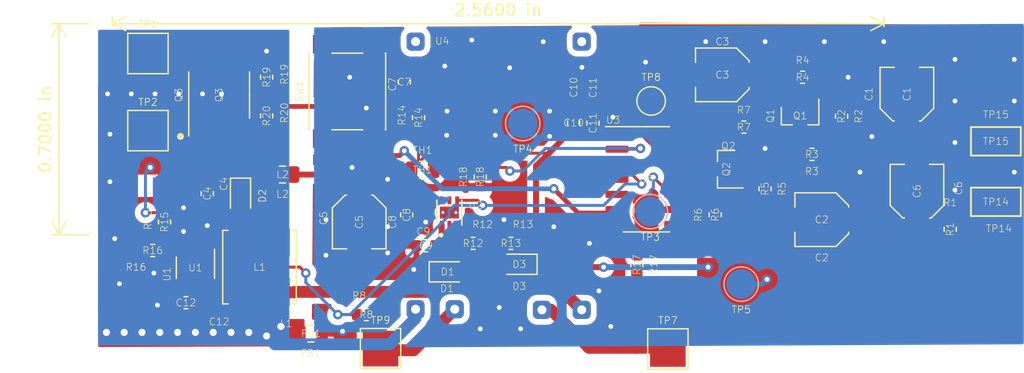
<source format=kicad_pcb>
(kicad_pcb (version 20171130) (host pcbnew "(5.1.5)-3")
  (layers (0 F.Cu signal) (31 B.Cu signal) (34 B.Paste user) (35 F.Paste user) (36 B.SilkS user) (37 F.SilkS user) (38 B.Mask user) (39 F.Mask user) (44 Edge.Cuts user))
  (net 0 "")
  (net 1 "Net-(C1-Pad2)")
  (net 2 "Net-(C1-Pad1)")
  (net 3 "Net-(C2-Pad2)")
  (net 4 "Net-(C2-Pad1)")
  (net 5 /MIC_IN)
  (net 6 "Net-(C3-Pad1)")
  (net 7 GNDPWR)
  (net 8 +10V)
  (net 9 GNDA)
  (net 10 "Net-(C5-Pad1)")
  (net 11 +5V)
  (net 12 /MODE)
  (net 13 "Net-(C9-Pad1)")
  (net 14 +3V3)
  (net 15 "Net-(D2-Pad2)")
  (net 16 "Net-(Q1-Pad2)")
  (net 17 "Net-(Q2-Pad2)")
  (net 18 "Net-(R12-Pad2)")
  (net 19 "Net-(R15-Pad2)")
  (net 20 +BATT)
  (net 21 /PACK_SENSE)
  (net 22 /TEMP_SENSE)
  (net 23 /LED)
  (net 24 /PRGM)
  (net 25 GNDREF)
  (net 26 /D)
  (net 27 /G)
  (net 28 /EN)
  (net 29 "Net-(U4-Pad5)")
  (module "Main Board1:charger" (layer F.Cu) (at 120 138.15 180)
    (fp_text reference U4 (at 12.2 26.2) (layer F.SilkS) (effects (font (size 0.6 0.6) (thickness 0.05))))
    (fp_text value TP4056)
    (pad 3 thru_hole roundrect (at 3.8 3.55 180) (size 1.524 1.524) (drill 0.762) (layers *.Cu *.Mask) (net 20 +BATT))
    (pad 4 thru_hole roundrect (at 11.15 3.6 180) (size 1.524 1.524) (drill 0.762) (layers *.Cu *.Mask) (net 25 GNDREF))
    (pad 5 thru_hole roundrect (at 14.45 26.15 180) (size 1.524 1.524) (drill 0.762) (layers *.Cu *.Mask) (net 29 "Net-(U4-Pad5)"))
    (pad 5 thru_hole roundrect (at 0.45 26.15 180) (size 1.524 1.524) (drill 0.762) (layers *.Cu *.Mask) (net 29 "Net-(U4-Pad5)"))
    (pad 1 thru_hole roundrect (at 0.45 3.55 180) (size 1.524 1.524) (drill 0.762) (layers *.Cu *.Mask) (net 14 +3V3))
    (pad 2 thru_hole roundrect (at 14.45 3.6 180) (size 1.524 1.524) (drill 0.762) (layers *.Cu *.Mask) (net 7 GNDPWR))
  )
  (module Footprints:SON65P200X200X80-7N (layer F.Cu) (at 108.4 126.4 90)
    (fp_text reference U2 (at 0.6 2.2 180) (layer F.SilkS) (effects (font (size 0.6 0.6) (thickness 0.05))))
    (fp_text value NCP718A)
    (pad 1 smd rect (at -1.03 -0.65 90) (size 0.66 0.32) (layers F.Cu F.Paste F.Mask) (net 13 "Net-(C9-Pad1)"))
    (pad 2 smd rect (at -1.03 0 90) (size 0.66 0.32) (layers F.Cu F.Paste F.Mask) (net 18 "Net-(R12-Pad2)"))
    (pad 3 smd rect (at -1.03 0.65 90) (size 0.66 0.32) (layers F.Cu F.Paste F.Mask) (net 9 GNDA))
    (pad 4 smd rect (at 1.03 0.65 90) (size 0.66 0.32) (layers F.Cu F.Paste F.Mask) (net 28 /EN))
    (pad NC smd rect (at 1.03 0 90) (size 0.66 0.32) (layers F.Cu F.Paste F.Mask))
    (pad 6 smd rect (at 1.03 -0.65 90) (size 0.66 0.32) (layers F.Cu F.Paste F.Mask) (net 10 "Net-(C5-Pad1)"))
    (pad 7 smd rect (at 0 0 90) (size 1 1.6) (layers F.Cu F.Mask))
    (pad 7_1 thru_hole circle (at 0 -0.55 90) (size 0.4 0.4) (drill 0.2) (layers *.Cu))
    (pad 7_2 thru_hole circle (at 0 0.55 90) (size 0.4 0.4) (drill 0.2) (layers *.Cu))
  )
  (module Capacitor_SMD:C_0603_1608Metric (layer F.Cu) (at 106.4125 129.2 180)
    (fp_text reference C9 (at 0.2125 1.2) (layer F.SilkS) (effects (font (size 0.6 0.6) (thickness 0.05))))
    (fp_text value 1uf)
    (fp_text user %R (at 0 0) (layer F.SilkS) (effects (font (size 0.6 0.6) (thickness 0.05))))
    (pad 1 smd roundrect (at -0.7875 0 180) (size 0.875 0.95) (layers F.Cu F.Paste F.Mask) (net 13 "Net-(C9-Pad1)"))
    (pad 2 smd roundrect (at 0.7875 0 180) (size 0.875 0.95) (layers F.Cu F.Paste F.Mask) (net 9 GNDA))
  )
  (module Capacitor_SMD:C_0603_1608Metric (layer F.Cu) (at 104.6 115.4 270)
    (fp_text reference C7 (at 0.2 1 90) (layer F.SilkS) (effects (font (size 0.6 0.6) (thickness 0.05))))
    (fp_text value .1uf)
    (fp_text user %R (at 0 0) (layer F.SilkS) (effects (font (size 0.6 0.6) (thickness 0.05))))
    (pad 1 smd roundrect (at -0.7875 0 270) (size 0.875 0.95) (layers F.Cu F.Paste F.Mask) (net 12 /MODE))
    (pad 2 smd roundrect (at 0.7875 0 270) (size 0.875 0.95) (layers F.Cu F.Paste F.Mask) (net 9 GNDA))
  )
  (module TestPoint:TestPoint_Pad_3.0x3.0mm (layer F.Cu) (at 102.6 137.87)
    (fp_text reference TP9 (at 0 -2.398) (layer F.SilkS) (effects (font (size 0.6 0.6) (thickness 0.05))))
    (fp_text value Battery-)
    (fp_text user %R (at 0 -2.4) (layer F.SilkS) (effects (font (size 0.6 0.6) (thickness 0.05))))
    (pad 1 smd rect (at 0 0) (size 3 3) (layers F.Cu F.Mask) (net 25 GNDREF))
  )
  (module TestPoint:TestPoint_Pad_3.0x3.0mm (layer F.Cu) (at 126.81 137.9)
    (fp_text reference TP7 (at 0 -2.398) (layer F.SilkS) (effects (font (size 0.6 0.6) (thickness 0.05))))
    (fp_text value Battery+)
    (fp_text user %R (at 0 -2.4) (layer F.SilkS) (effects (font (size 0.6 0.6) (thickness 0.05))))
    (pad 1 smd rect (at 0 0) (size 3 3) (layers F.Cu F.Mask) (net 20 +BATT))
  )
  (module Resistor_SMD:R_0603_1608Metric (layer F.Cu) (at 113.5875 129)
    (fp_text reference R13 (at 1.0125 -1.6) (layer F.SilkS) (effects (font (size 0.6 0.6) (thickness 0.05))))
    (fp_text value 68k)
    (fp_text user %R (at 0 0) (layer F.SilkS) (effects (font (size 0.6 0.6) (thickness 0.05))))
    (pad 1 smd roundrect (at -0.7875 0) (size 0.875 0.95) (layers F.Cu F.Paste F.Mask) (net 18 "Net-(R12-Pad2)"))
    (pad 2 smd roundrect (at 0.7875 0) (size 0.875 0.95) (layers F.Cu F.Paste F.Mask) (net 9 GNDA))
  )
  (module Resistor_SMD:R_0603_1608Metric (layer F.Cu) (at 84.4 127.2 270)
    (fp_text reference R15 (at -0.2 1.4 90) (layer F.SilkS) (effects (font (size 0.6 0.6) (thickness 0.05))))
    (fp_text value 43k)
    (fp_text user %R (at 0 0 90) (layer F.SilkS) (effects (font (size 0.6 0.6) (thickness 0.05))))
    (pad 2 smd roundrect (at 0.7875 0 270) (size 0.875 0.95) (layers F.Cu F.Paste F.Mask) (net 19 "Net-(R15-Pad2)"))
    (pad 1 smd roundrect (at -0.7875 0 270) (size 0.875 0.95) (layers F.Cu F.Paste F.Mask) (net 8 +10V))
  )
  (module Resistor_SMD:R_0603_1608Metric (layer F.Cu) (at 101.4 135 180)
    (fp_text reference R8 (at 0.6 1.6) (layer F.SilkS) (effects (font (size 0.6 0.6) (thickness 0.05))))
    (fp_text value 1M)
    (fp_text user %R (at 0 0) (layer F.SilkS) (effects (font (size 0.6 0.6) (thickness 0.05))))
    (pad 1 smd roundrect (at -0.7875 0 180) (size 0.875 0.95) (layers F.Cu F.Paste F.Mask) (net 25 GNDREF))
    (pad 2 smd roundrect (at 0.7875 0 180) (size 0.875 0.95) (layers F.Cu F.Paste F.Mask) (net 28 /EN))
  )
  (module Capacitor_SMD:C_0603_1608Metric (layer F.Cu) (at 88 124.8 270)
    (fp_text reference C4 (at -0.8125 -1.4 90) (layer F.SilkS) (effects (font (size 0.6 0.6) (thickness 0.05))))
    (fp_text value 22uf)
    (fp_text user %R (at 0 0 90) (layer F.SilkS) (effects (font (size 0.6 0.6) (thickness 0.05))))
    (pad 2 smd roundrect (at 0.7875 0 270) (size 0.875 0.95) (layers F.Cu F.Paste F.Mask) (net 7 GNDPWR))
    (pad 1 smd roundrect (at -0.7875 0 270) (size 0.875 0.95) (layers F.Cu F.Paste F.Mask) (net 8 +10V))
  )
  (module "Main Board1:SOIC-8_3.9x4.9mm_P1.27mm" (layer F.Cu) (at 89 116.5 90)
    (fp_text reference Q3 (at 0 -3.4 90) (layer F.SilkS) (effects (font (size 0.6 0.6) (thickness 0.05))))
    (fp_text value AO4484)
    (fp_text user %R (at 0 0 90) (layer F.SilkS) (effects (font (size 0.6 0.6) (thickness 0.05))))
    (pad 1 smd roundrect (at -2.475 -1.905 90) (size 1.95 0.6) (layers F.Cu F.Paste F.Mask) (net 7 GNDPWR))
    (pad 1 smd roundrect (at -2.475 -0.635 90) (size 1.95 0.6) (layers F.Cu F.Paste F.Mask) (net 7 GNDPWR))
    (pad 1 smd roundrect (at -2.475 0.635 90) (size 1.95 0.6) (layers F.Cu F.Paste F.Mask) (net 7 GNDPWR))
    (pad 4 smd roundrect (at -2.475 1.905 90) (size 1.95 0.6) (layers F.Cu F.Paste F.Mask) (net 27 /G))
    (pad 5 smd roundrect (at 2.475 1.905 90) (size 1.95 0.6) (layers F.Cu F.Paste F.Mask) (net 26 /D))
    (pad 5 smd roundrect (at 2.475 0.635 90) (size 1.95 0.6) (layers F.Cu F.Paste F.Mask) (net 26 /D))
    (pad 5 smd roundrect (at 2.475 -0.635 90) (size 1.95 0.6) (layers F.Cu F.Paste F.Mask) (net 26 /D))
    (pad 5 smd roundrect (at 2.475 -1.905 90) (size 1.95 0.6) (layers F.Cu F.Paste F.Mask) (net 26 /D))
  )
  (module TestPoint:TestPoint_Pad_D2.0mm (layer F.Cu) (at 125.4 117)
    (fp_text reference TP8 (at 0 -1.998) (layer F.SilkS) (effects (font (size 0.6 0.6) (thickness 0.05))))
    (fp_text value "MIC ")
    (fp_text user %R (at 0 -2) (layer F.SilkS) (effects (font (size 0.6 0.6) (thickness 0.05))))
    (pad 1 smd circle (at 0 0) (size 2 2) (layers F.Cu F.Mask) (net 5 /MIC_IN))
  )
  (module Resistor_SMD:R_0603_1608Metric (layer F.Cu) (at 110.4 129)
    (fp_text reference R12 (at 0.8 -1.6) (layer F.SilkS) (effects (font (size 0.6 0.6) (thickness 0.05))))
    (fp_text value 205k)
    (fp_text user %R (at 0 0) (layer F.SilkS) (effects (font (size 0.6 0.6) (thickness 0.05))))
    (pad 1 smd roundrect (at -0.7875 0) (size 0.875 0.95) (layers F.Cu F.Paste F.Mask) (net 13 "Net-(C9-Pad1)"))
    (pad 2 smd roundrect (at 0.7875 0) (size 0.875 0.95) (layers F.Cu F.Paste F.Mask) (net 18 "Net-(R12-Pad2)"))
  )
  (module Inductor_SMD:L_0805_2012Metric (layer F.Cu) (at 94.3375 123.2 180)
    (fp_text reference L2 (at 0 -1.65) (layer F.SilkS) (effects (font (size 0.6 0.6) (thickness 0.05))))
    (fp_text value 1uh)
    (fp_text user %R (at 0 0) (layer F.SilkS) (effects (font (size 0.6 0.6) (thickness 0.05))))
    (pad 1 smd roundrect (at -0.9375 0 180) (size 0.975 1.4) (layers F.Cu F.Paste F.Mask) (net 10 "Net-(C5-Pad1)"))
    (pad 2 smd roundrect (at 0.9375 0 180) (size 0.975 1.4) (layers F.Cu F.Paste F.Mask) (net 8 +10V))
  )
  (module Resistor_SMD:R_0805_2012Metric (layer F.Cu) (at 96.7375 136.6 180)
    (fp_text reference FB1 (at 0 -1.65) (layer F.SilkS) (effects (font (size 0.6 0.6) (thickness 0.05))))
    (fp_text value ACML-0805-190-T)
    (fp_text user %R (at 0 0) (layer F.SilkS) (effects (font (size 0.6 0.6) (thickness 0.05))))
    (pad 2 smd roundrect (at 0.9375 0 180) (size 0.975 1.4) (layers F.Cu F.Paste F.Mask) (net 7 GNDPWR))
    (pad 1 smd roundrect (at -0.9375 0 180) (size 0.975 1.4) (layers F.Cu F.Paste F.Mask) (net 9 GNDA))
  )
  (module Diode_SMD:D_SOD-323 (layer F.Cu) (at 114.29 130.76 180)
    (fp_text reference D3 (at 0 0) (layer F.SilkS) (effects (font (size 0.6 0.6) (thickness 0.05))))
    (fp_text value 1N5819)
    (fp_text user %R (at 0 -1.85) (layer F.SilkS) (effects (font (size 0.6 0.6) (thickness 0.05))))
    (pad 2 smd rect (at 1.05 0 180) (size 0.6 0.45) (layers F.Cu F.Paste F.Mask) (net 13 "Net-(C9-Pad1)"))
    (pad 1 smd rect (at -1.05 0 180) (size 0.6 0.45) (layers F.Cu F.Paste F.Mask) (net 11 +5V))
  )
  (module Diode_SMD:D_SOD-323 (layer F.Cu) (at 108.2 131.4)
    (fp_text reference D1 (at 0.05 0) (layer F.SilkS) (effects (font (size 0.6 0.6) (thickness 0.05))))
    (fp_text value 1N5819)
    (fp_text user %R (at 0 1.4) (layer F.SilkS) (effects (font (size 0.6 0.6) (thickness 0.05))))
    (pad 2 smd rect (at 1.05 0) (size 0.6 0.45) (layers F.Cu F.Paste F.Mask) (net 14 +3V3))
    (pad 1 smd rect (at -1.05 0) (size 0.6 0.45) (layers F.Cu F.Paste F.Mask) (net 13 "Net-(C9-Pad1)"))
  )
  (module Capacitor_SMD:C_0603_1608Metric (layer F.Cu) (at 104.8 126.6 270)
    (fp_text reference C8 (at 0.6 1.2 90) (layer F.SilkS) (effects (font (size 0.6 0.6) (thickness 0.05))))
    (fp_text value 1uf)
    (fp_text user %R (at 0 0 90) (layer F.SilkS) (effects (font (size 0.6 0.6) (thickness 0.05))))
    (pad 1 smd roundrect (at -0.7875 0 270) (size 0.875 0.95) (layers F.Cu F.Paste F.Mask) (net 10 "Net-(C5-Pad1)"))
    (pad 2 smd roundrect (at 0.7875 0 270) (size 0.875 0.95) (layers F.Cu F.Paste F.Mask) (net 9 GNDA))
  )
  (module Capacitor_SMD:C_Elec_4x5.4 (layer F.Cu) (at 100.8 127.2 270)
    (fp_text reference C5 (at -0.325 3 90) (layer F.SilkS) (effects (font (size 0.6 0.6) (thickness 0.05))))
    (fp_text value 100uf)
    (fp_text user %R (at 0 0 90) (layer F.SilkS) (effects (font (size 0.6 0.6) (thickness 0.05))))
    (pad 1 smd roundrect (at -1.675 0 270) (size 2.65 1.6) (layers F.Cu F.Paste F.Mask) (roundrect_rratio 0.15625) (net 10 "Net-(C5-Pad1)"))
    (pad 2 smd roundrect (at 1.675 0 270) (size 2.65 1.6) (layers F.Cu F.Paste F.Mask) (roundrect_rratio 0.15625) (net 9 GNDA))
  )
  (module Package_TO_SOT_SMD:SOT-23-6 (layer F.Cu) (at 87 131.05 270)
    (fp_text reference U1 (at 0.55 2.4 90) (layer F.SilkS) (effects (font (size 0.6 0.6) (thickness 0.05))))
    (fp_text value MT3608)
    (fp_text user %R (at 0 0) (layer F.SilkS) (effects (font (size 0.6 0.6) (thickness 0.05))))
    (pad 5 smd rect (at 1.1 0 270) (size 1.06 0.65) (layers F.Cu F.Paste F.Mask) (net 14 +3V3))
    (pad 6 smd rect (at 1.1 -0.95 270) (size 1.06 0.65) (layers F.Cu F.Paste F.Mask))
    (pad 4 smd rect (at 1.1 0.95 270) (size 1.06 0.65) (layers F.Cu F.Paste F.Mask) (net 28 /EN))
    (pad 3 smd rect (at -1.1 0.95 270) (size 1.06 0.65) (layers F.Cu F.Paste F.Mask) (net 19 "Net-(R15-Pad2)"))
    (pad 2 smd rect (at -1.1 0 270) (size 1.06 0.65) (layers F.Cu F.Paste F.Mask) (net 7 GNDPWR))
    (pad 1 smd rect (at -1.1 -0.95 270) (size 1.06 0.65) (layers F.Cu F.Paste F.Mask) (net 15 "Net-(D2-Pad2)"))
  )
  (module Capacitor_SMD:C_Elec_4x5.4 (layer F.Cu) (at 146.95 116.425 90)
    (fp_text reference C1 (at 0 -3.2 90) (layer F.SilkS) (effects (font (size 0.6 0.6) (thickness 0.05))))
    (fp_text value 10uf)
    (fp_text user %R (at 0 0 90) (layer F.SilkS) (effects (font (size 0.6 0.6) (thickness 0.05))))
    (pad 1 smd roundrect (at -1.675 0 90) (size 2.65 1.6) (layers F.Cu F.Paste F.Mask) (roundrect_rratio 0.15625) (net 2 "Net-(C1-Pad1)"))
    (pad 2 smd roundrect (at 1.675 0 90) (size 2.65 1.6) (layers F.Cu F.Paste F.Mask) (roundrect_rratio 0.15625) (net 1 "Net-(C1-Pad2)"))
  )
  (module Capacitor_SMD:C_Elec_4x5.4 (layer F.Cu) (at 131.4 114.8 180)
    (fp_text reference C3 (at 0 2.8) (layer F.SilkS) (effects (font (size 0.6 0.6) (thickness 0.05))))
    (fp_text value 10uf)
    (fp_text user %R (at 0 0) (layer F.SilkS) (effects (font (size 0.6 0.6) (thickness 0.05))))
    (pad 1 smd roundrect (at -1.675 0 180) (size 2.65 1.6) (layers F.Cu F.Paste F.Mask) (roundrect_rratio 0.15625) (net 6 "Net-(C3-Pad1)"))
    (pad 2 smd roundrect (at 1.675 0 180) (size 2.65 1.6) (layers F.Cu F.Paste F.Mask) (roundrect_rratio 0.15625) (net 5 /MIC_IN))
  )
  (module Capacitor_SMD:C_Elec_4x5.4 (layer F.Cu) (at 139.775 127 180)
    (fp_text reference C2 (at 0 -3.2) (layer F.SilkS) (effects (font (size 0.6 0.6) (thickness 0.05))))
    (fp_text value 10uf)
    (fp_text user %R (at 0 0) (layer F.SilkS) (effects (font (size 0.6 0.6) (thickness 0.05))))
    (pad 1 smd roundrect (at -1.675 0 180) (size 2.65 1.6) (layers F.Cu F.Paste F.Mask) (roundrect_rratio 0.15625) (net 4 "Net-(C2-Pad1)"))
    (pad 2 smd roundrect (at 1.675 0 180) (size 2.65 1.6) (layers F.Cu F.Paste F.Mask) (roundrect_rratio 0.15625) (net 3 "Net-(C2-Pad2)"))
  )
  (module Capacitor_SMD:C_Elec_4x5.4 (layer F.Cu) (at 147.8 124.6 90)
    (fp_text reference C6 (at 0.25 3.5 90) (layer F.SilkS) (effects (font (size 0.6 0.6) (thickness 0.05))))
    (fp_text value 100uf)
    (fp_text user %R (at 0 0 90) (layer F.SilkS) (effects (font (size 0.6 0.6) (thickness 0.05))))
    (pad 1 smd roundrect (at -1.675 0 90) (size 2.65 1.6) (layers F.Cu F.Paste F.Mask) (roundrect_rratio 0.15625) (net 11 +5V))
    (pad 2 smd roundrect (at 1.675 0 90) (size 2.65 1.6) (layers F.Cu F.Paste F.Mask) (roundrect_rratio 0.15625) (net 9 GNDA))
  )
  (module Resistor_SMD:R_0603_1608Metric (layer F.Cu) (at 93 118.25 90)
    (fp_text reference R20 (at 0.25 1.5 270) (layer F.SilkS) (effects (font (size 0.6 0.6) (thickness 0.05))))
    (fp_text value 220R)
    (fp_text user %R (at 0 0 90) (layer F.SilkS) (effects (font (size 0.6 0.6) (thickness 0.05))))
    (pad 1 smd roundrect (at -0.7875 0 90) (size 0.875 0.95) (layers F.Cu F.Paste F.Mask) (net 27 /G))
    (pad 2 smd roundrect (at 0.7875 0 90) (size 0.875 0.95) (layers F.Cu F.Paste F.Mask) (net 23 /LED))
  )
  (module Button_Switch_SMD:SW_SPST_PTS645 (layer F.Cu) (at 99.8 116.2 90)
    (fp_text reference SW1 (at 0 -4.05 90) (layer F.SilkS) (effects (font (size 0.6 0.6) (thickness 0.05))))
    (fp_text value Momentary)
    (fp_text user %R (at 0 -4.05 90) (layer F.SilkS) (effects (font (size 0.6 0.6) (thickness 0.05))))
    (pad 2 smd rect (at -3.98 2.25 90) (size 1.55 1.3) (layers F.Cu F.Paste F.Mask) (net 12 /MODE))
    (pad 1 smd rect (at -3.98 -2.25 90) (size 1.55 1.3) (layers F.Cu F.Paste F.Mask) (net 9 GNDA))
    (pad 1 smd rect (at 3.98 -2.25 90) (size 1.55 1.3) (layers F.Cu F.Paste F.Mask) (net 9 GNDA))
    (pad 2 smd rect (at 3.98 2.25 90) (size 1.55 1.3) (layers F.Cu F.Paste F.Mask) (net 12 /MODE))
  )
  (module TestPoint:TestPoint_Pad_D2.5mm (layer B.Cu) (at 132.99 132.43)
    (fp_text reference TP5 (at 0 2.148) (layer F.SilkS) (effects (font (size 0.6 0.6) (thickness 0.05))))
    (fp_text value 5V)
    (fp_text user %R (at 0 2.15) (layer F.SilkS) (effects (font (size 0.6 0.6) (thickness 0.05))))
    (pad 1 smd circle (at 0 0) (size 2.5 2.5) (layers B.Cu B.Mask) (net 11 +5V))
  )
  (module Capacitor_SMD:C_0805_2012Metric (layer F.Cu) (at 106.1375 122.8)
    (fp_text reference TH1 (at 0 -1.65) (layer F.SilkS) (effects (font (size 0.6 0.6) (thickness 0.05))))
    (fp_text value Thermistor)
    (fp_text user %R (at 0 0) (layer F.SilkS) (effects (font (size 0.6 0.6) (thickness 0.05))))
    (pad 1 smd roundrect (at -0.9375 0) (size 0.975 1.4) (layers F.Cu F.Paste F.Mask) (net 11 +5V))
    (pad 2 smd roundrect (at 0.9375 0) (size 0.975 1.4) (layers F.Cu F.Paste F.Mask) (net 22 /TEMP_SENSE))
  )
  (module Resistor_SMD:R_0603_1608Metric (layer F.Cu) (at 111 123.3875 90)
    (fp_text reference R18 (at 0 -1.43 90) (layer F.SilkS) (effects (font (size 0.6 0.6) (thickness 0.05))))
    (fp_text value 10k)
    (fp_text user %R (at 0 0 90) (layer F.SilkS) (effects (font (size 0.6 0.6) (thickness 0.05))))
    (pad 1 smd roundrect (at -0.7875 0 90) (size 0.875 0.95) (layers F.Cu F.Paste F.Mask) (net 9 GNDA))
    (pad 2 smd roundrect (at 0.7875 0 90) (size 0.875 0.95) (layers F.Cu F.Paste F.Mask) (net 22 /TEMP_SENSE))
  )
  (module Resistor_SMD:R_0603_1608Metric (layer F.Cu) (at 105.8 118.4 90)
    (fp_text reference R14 (at 0.2 -1.4 90) (layer F.SilkS) (effects (font (size 0.6 0.6) (thickness 0.05))))
    (fp_text value 10k)
    (fp_text user %R (at 0 0 90) (layer F.SilkS) (effects (font (size 0.6 0.6) (thickness 0.05))))
    (pad 1 smd roundrect (at -0.7875 0 90) (size 0.875 0.95) (layers F.Cu F.Paste F.Mask) (net 11 +5V))
    (pad 2 smd roundrect (at 0.7875 0 90) (size 0.875 0.95) (layers F.Cu F.Paste F.Mask) (net 12 /MODE))
  )
  (module Resistor_SMD:R_0603_1608Metric (layer F.Cu) (at 133.2125 119.2)
    (fp_text reference R7 (at 0 -1.43) (layer F.SilkS) (effects (font (size 0.6 0.6) (thickness 0.05))))
    (fp_text value 1k)
    (fp_text user %R (at 0 0) (layer F.SilkS) (effects (font (size 0.6 0.6) (thickness 0.05))))
    (pad 1 smd roundrect (at -0.7875 0) (size 0.875 0.95) (layers F.Cu F.Paste F.Mask) (net 17 "Net-(Q2-Pad2)"))
    (pad 2 smd roundrect (at 0.7875 0) (size 0.875 0.95) (layers F.Cu F.Paste F.Mask) (net 9 GNDA))
  )
  (module TestPoint:TestPoint_Pad_D2.5mm (layer B.Cu) (at 114.58 118.9)
    (fp_text reference TP4 (at 0 2.148) (layer F.SilkS) (effects (font (size 0.6 0.6) (thickness 0.05))))
    (fp_text value GND)
    (fp_text user %R (at 0 2.15) (layer F.SilkS) (effects (font (size 0.6 0.6) (thickness 0.05))))
    (pad 1 smd circle (at 0 0) (size 2.5 2.5) (layers B.Cu B.Mask) (net 9 GNDA))
  )
  (module Resistor_SMD:R_0603_1608Metric (layer F.Cu) (at 93 115 270)
    (fp_text reference R19 (at -0.25 -1.5 90) (layer F.SilkS) (effects (font (size 0.6 0.6) (thickness 0.05))))
    (fp_text value 10k)
    (fp_text user %R (at 0 0 90) (layer F.SilkS) (effects (font (size 0.6 0.6) (thickness 0.05))))
    (pad 1 smd roundrect (at -0.7875 0 270) (size 0.875 0.95) (layers F.Cu F.Paste F.Mask) (net 7 GNDPWR))
    (pad 2 smd roundrect (at 0.7875 0 270) (size 0.875 0.95) (layers F.Cu F.Paste F.Mask) (net 23 /LED))
  )
  (module Resistor_SMD:R_0603_1608Metric (layer F.Cu) (at 124.2 130.8 270)
    (fp_text reference R17 (at 0 -1.43 90) (layer F.SilkS) (effects (font (size 0.6 0.6) (thickness 0.05))))
    (fp_text value 1M)
    (fp_text user %R (at 0 0 90) (layer F.SilkS) (effects (font (size 0.6 0.6) (thickness 0.05))))
    (pad 1 smd roundrect (at -0.7875 0 270) (size 0.875 0.95) (layers F.Cu F.Paste F.Mask) (net 21 /PACK_SENSE))
    (pad 2 smd roundrect (at 0.7875 0 270) (size 0.875 0.95) (layers F.Cu F.Paste F.Mask) (net 20 +BATT))
  )
  (module Resistor_SMD:R_0603_1608Metric (layer F.Cu) (at 83.4 129.6 180)
    (fp_text reference R16 (at 1.4 -1.4) (layer F.SilkS) (effects (font (size 0.6 0.6) (thickness 0.05))))
    (fp_text value 2.7k)
    (fp_text user %R (at 0 0) (layer F.SilkS) (effects (font (size 0.6 0.6) (thickness 0.05))))
    (pad 2 smd roundrect (at 0.7875 0 180) (size 0.875 0.95) (layers F.Cu F.Paste F.Mask) (net 7 GNDPWR))
    (pad 1 smd roundrect (at -0.7875 0 180) (size 0.875 0.95) (layers F.Cu F.Paste F.Mask) (net 19 "Net-(R15-Pad2)"))
  )
  (module TestPoint:TestPoint_Pad_3.0x3.0mm (layer F.Cu) (at 83 119.5)
    (fp_text reference TP2 (at 0 -2.398) (layer F.SilkS) (effects (font (size 0.6 0.6) (thickness 0.05))))
    (fp_text value LED+)
    (fp_text user %R (at 0 -2.4) (layer F.SilkS) (effects (font (size 0.6 0.6) (thickness 0.05))))
    (pad 1 smd rect (at 0 0) (size 3 3) (layers F.Cu F.Mask) (net 8 +10V))
  )
  (module TestPoint:TestPoint_Pad_D2.5mm (layer B.Cu) (at 125.33 126.32)
    (fp_text reference TP3 (at 0 2.148) (layer F.SilkS) (effects (font (size 0.6 0.6) (thickness 0.05))))
    (fp_text value UDPI)
    (fp_text user %R (at 0 2.15) (layer F.SilkS) (effects (font (size 0.6 0.6) (thickness 0.05))))
    (pad 1 smd circle (at 0 0) (size 2.5 2.5) (layers B.Cu B.Mask) (net 24 /PRGM))
  )
  (module TestPoint:TestPoint_Pad_3.0x3.0mm (layer F.Cu) (at 83 113)
    (fp_text reference TP1 (at 0 -2.5) (layer F.SilkS) (effects (font (size 0.6 0.6) (thickness 0.05))))
    (fp_text value LED-)
    (fp_text user %R (at 0 -2.4) (layer F.SilkS) (effects (font (size 0.6 0.6) (thickness 0.05))))
    (pad 1 smd rect (at 0 0) (size 3 3) (layers F.Cu F.Mask) (net 26 /D))
  )
  (module Package_SO:SOIC-14_3.9x8.7mm_P1.27mm (layer F.Cu) (at 125 123.6)
    (fp_text reference U3 (at -2.8 -5) (layer F.SilkS) (effects (font (size 0.6 0.6) (thickness 0.05))))
    (fp_text value ATtiny1614)
    (fp_text user %R (at 0 0) (layer F.SilkS) (effects (font (size 0.6 0.6) (thickness 0.05))))
    (pad 14 smd roundrect (at 2.475 -3.81) (size 1.95 0.6) (layers F.Cu F.Paste F.Mask) (net 9 GNDA))
    (pad 13 smd roundrect (at 2.475 -2.54) (size 1.95 0.6) (layers F.Cu F.Paste F.Mask) (net 5 /MIC_IN))
    (pad 12 smd roundrect (at 2.475 -1.27) (size 1.95 0.6) (layers F.Cu F.Paste F.Mask) (net 12 /MODE))
    (pad 11 smd roundrect (at 2.475 0) (size 1.95 0.6) (layers F.Cu F.Paste F.Mask))
    (pad 10 smd roundrect (at 2.475 1.27) (size 1.95 0.6) (layers F.Cu F.Paste F.Mask) (net 24 /PRGM))
    (pad 9 smd roundrect (at 2.475 2.54) (size 1.95 0.6) (layers F.Cu F.Paste F.Mask))
    (pad 8 smd roundrect (at 2.475 3.81) (size 1.95 0.6) (layers F.Cu F.Paste F.Mask) (net 21 /PACK_SENSE))
    (pad 7 smd roundrect (at -2.475 3.81) (size 1.95 0.6) (layers F.Cu F.Paste F.Mask))
    (pad 6 smd roundrect (at -2.475 2.54) (size 1.95 0.6) (layers F.Cu F.Paste F.Mask) (net 23 /LED))
    (pad 5 smd roundrect (at -2.475 1.27) (size 1.95 0.6) (layers F.Cu F.Paste F.Mask))
    (pad 4 smd roundrect (at -2.475 0) (size 1.95 0.6) (layers F.Cu F.Paste F.Mask))
    (pad 3 smd roundrect (at -2.475 -1.27) (size 1.95 0.6) (layers F.Cu F.Paste F.Mask) (net 28 /EN))
    (pad 2 smd roundrect (at -2.475 -2.54) (size 1.95 0.6) (layers F.Cu F.Paste F.Mask) (net 22 /TEMP_SENSE))
    (pad 1 smd roundrect (at -2.475 -3.81) (size 1.95 0.6) (layers F.Cu F.Paste F.Mask) (net 11 +5V))
  )
  (module TestPoint:TestPoint_Keystone_5019_Minature (layer F.Cu) (at 154.45 120.4)
    (fp_text reference TP15 (at 0 -2.25) (layer F.SilkS) (effects (font (size 0.6 0.6) (thickness 0.05))))
    (fp_text value MIC-)
    (fp_text user %R (at 0 0) (layer F.SilkS) (effects (font (size 0.6 0.6) (thickness 0.05))))
    (pad 1 smd rect (at 0 0) (size 3.8 2) (layers F.Cu F.Paste F.Mask) (net 9 GNDA))
  )
  (module TestPoint:TestPoint_Keystone_5019_Minature (layer F.Cu) (at 154.45 125.5)
    (fp_text reference TP14 (at 0.25 2.25) (layer F.SilkS) (effects (font (size 0.6 0.6) (thickness 0.05))))
    (fp_text value MIC+)
    (fp_text user %R (at 0 0) (layer F.SilkS) (effects (font (size 0.6 0.6) (thickness 0.05))))
    (pad 1 smd rect (at 0 0) (size 3.8 2) (layers F.Cu F.Paste F.Mask) (net 2 "Net-(C1-Pad1)"))
  )
  (module Resistor_SMD:R_0603_1608Metric (layer F.Cu) (at 138.1625 115)
    (fp_text reference R4 (at 0 -1.43) (layer F.SilkS) (effects (font (size 0.6 0.6) (thickness 0.05))))
    (fp_text value 1k)
    (fp_text user %R (at 0 0) (layer F.SilkS) (effects (font (size 0.6 0.6) (thickness 0.05))))
    (pad 2 smd roundrect (at 0.7875 0) (size 0.875 0.95) (layers F.Cu F.Paste F.Mask) (net 9 GNDA))
    (pad 1 smd roundrect (at -0.7875 0) (size 0.875 0.95) (layers F.Cu F.Paste F.Mask) (net 16 "Net-(Q1-Pad2)"))
  )
  (module Inductor_SMD:L_Bourns_SRN6045TA (layer F.Cu) (at 92.4 131 270)
    (fp_text reference L1 (at 4.75 -2.25 180) (layer F.SilkS) (effects (font (size 0.6 0.6) (thickness 0.05))))
    (fp_text value 10uh)
    (fp_text user %R (at 0 0) (layer F.SilkS) (effects (font (size 0.6 0.6) (thickness 0.05))))
    (pad 1 smd rect (at -2.075 0 270) (size 2.35 5.1) (layers F.Cu F.Paste F.Mask) (net 15 "Net-(D2-Pad2)"))
    (pad 2 smd rect (at 2.075 0 270) (size 2.35 5.1) (layers F.Cu F.Paste F.Mask) (net 14 +3V3))
  )
  (module Diode_SMD:D_SOD-323 (layer F.Cu) (at 90.8 125 270)
    (fp_text reference D2 (at 0 -1.85 90) (layer F.SilkS) (effects (font (size 0.6 0.6) (thickness 0.05))))
    (fp_text value 1N5819)
    (fp_text user %R (at 0 -1.85 90) (layer F.SilkS) (effects (font (size 0.6 0.6) (thickness 0.05))))
    (pad 1 smd rect (at -1.05 0 270) (size 0.6 0.45) (layers F.Cu F.Paste F.Mask) (net 8 +10V))
    (pad 2 smd rect (at 1.05 0 270) (size 0.6 0.45) (layers F.Cu F.Paste F.Mask) (net 15 "Net-(D2-Pad2)"))
  )
  (module Resistor_SMD:R_0603_1608Metric (layer F.Cu) (at 135 124.4 270)
    (fp_text reference R5 (at 0 -1.43 90) (layer F.SilkS) (effects (font (size 0.6 0.6) (thickness 0.05))))
    (fp_text value 100k)
    (fp_text user %R (at 0 0 90) (layer F.SilkS) (effects (font (size 0.6 0.6) (thickness 0.05))))
    (pad 1 smd roundrect (at -0.7875 0 270) (size 0.875 0.95) (layers F.Cu F.Paste F.Mask) (net 3 "Net-(C2-Pad2)"))
    (pad 2 smd roundrect (at 0.7875 0 270) (size 0.875 0.95) (layers F.Cu F.Paste F.Mask) (net 6 "Net-(C3-Pad1)"))
  )
  (module Resistor_SMD:R_0603_1608Metric (layer F.Cu) (at 130.8 126.5875 90)
    (fp_text reference R6 (at 0 -1.43 90) (layer F.SilkS) (effects (font (size 0.6 0.6) (thickness 0.05))))
    (fp_text value 10k)
    (fp_text user %R (at 0 0 90) (layer F.SilkS) (effects (font (size 0.6 0.6) (thickness 0.05))))
    (pad 1 smd roundrect (at -0.7875 0 90) (size 0.875 0.95) (layers F.Cu F.Paste F.Mask) (net 11 +5V))
    (pad 2 smd roundrect (at 0.7875 0 90) (size 0.875 0.95) (layers F.Cu F.Paste F.Mask) (net 6 "Net-(C3-Pad1)"))
  )
  (module Capacitor_SMD:C_0603_1608Metric (layer F.Cu) (at 86.2 134 180)
    (fp_text reference C12 (at -2.8 -1.6) (layer F.SilkS) (effects (font (size 0.6 0.6) (thickness 0.05))))
    (fp_text value 22uf)
    (fp_text user %R (at 0 0) (layer F.SilkS) (effects (font (size 0.6 0.6) (thickness 0.05))))
    (pad 2 smd roundrect (at 0.7875 0 180) (size 0.875 0.95) (layers F.Cu F.Paste F.Mask) (net 7 GNDPWR))
    (pad 1 smd roundrect (at -0.7875 0 180) (size 0.875 0.95) (layers F.Cu F.Paste F.Mask) (net 14 +3V3))
  )
  (module Capacitor_SMD:C_0603_1608Metric (layer F.Cu) (at 120.5 118.872 90)
    (fp_text reference C11 (at 3 0 90) (layer F.SilkS) (effects (font (size 0.6 0.6) (thickness 0.05))))
    (fp_text value .1uf)
    (fp_text user %R (at 0 0 90) (layer F.SilkS) (effects (font (size 0.6 0.6) (thickness 0.05))))
    (pad 1 smd roundrect (at -0.7875 0 90) (size 0.875 0.95) (layers F.Cu F.Paste F.Mask) (net 11 +5V))
    (pad 2 smd roundrect (at 0.7875 0 90) (size 0.875 0.95) (layers F.Cu F.Paste F.Mask) (net 9 GNDA))
  )
  (module Capacitor_SMD:C_0603_1608Metric (layer F.Cu) (at 118.872 118.8465 90)
    (fp_text reference C10 (at 3 0 90) (layer F.SilkS) (effects (font (size 0.6 0.6) (thickness 0.05))))
    (fp_text value 10uf)
    (fp_text user %R (at 0 0 180) (layer F.SilkS) (effects (font (size 0.6 0.6) (thickness 0.05))))
    (pad 1 smd roundrect (at -0.7875 0 90) (size 0.875 0.95) (layers F.Cu F.Paste F.Mask) (net 11 +5V))
    (pad 2 smd roundrect (at 0.7875 0 90) (size 0.875 0.95) (layers F.Cu F.Paste F.Mask) (net 9 GNDA))
  )
  (module Resistor_SMD:R_0603_1608Metric (layer F.Cu) (at 138.95 121.5 180)
    (fp_text reference R3 (at 0 -1.43) (layer F.SilkS) (effects (font (size 0.6 0.6) (thickness 0.05))))
    (fp_text value 10k)
    (fp_text user %R (at 0 0) (layer F.SilkS) (effects (font (size 0.6 0.6) (thickness 0.05))))
    (pad 2 smd roundrect (at 0.7875 0 180) (size 0.875 0.95) (layers F.Cu F.Paste F.Mask) (net 4 "Net-(C2-Pad1)"))
    (pad 1 smd roundrect (at -0.7875 0 180) (size 0.875 0.95) (layers F.Cu F.Paste F.Mask) (net 11 +5V))
  )
  (module Resistor_SMD:R_0603_1608Metric (layer F.Cu) (at 141.45 118.2875 270)
    (fp_text reference R2 (at 0 -1.43 90) (layer F.SilkS) (effects (font (size 0.6 0.6) (thickness 0.05))))
    (fp_text value 100k)
    (fp_text user %R (at 0 0 90) (layer F.SilkS) (effects (font (size 0.6 0.6) (thickness 0.05))))
    (pad 1 smd roundrect (at -0.7875 0 270) (size 0.875 0.95) (layers F.Cu F.Paste F.Mask) (net 1 "Net-(C1-Pad2)"))
    (pad 2 smd roundrect (at 0.7875 0 270) (size 0.875 0.95) (layers F.Cu F.Paste F.Mask) (net 4 "Net-(C2-Pad1)"))
  )
  (module Resistor_SMD:R_0603_1608Metric (layer F.Cu) (at 150.6 127.8125 270)
    (fp_text reference R1 (at -2.25 0 180) (layer F.SilkS) (effects (font (size 0.6 0.6) (thickness 0.05))))
    (fp_text value 6.8k)
    (fp_text user %R (at 0 0 90) (layer F.SilkS) (effects (font (size 0.6 0.6) (thickness 0.05))))
    (pad 1 smd roundrect (at -0.7875 0 270) (size 0.875 0.95) (layers F.Cu F.Paste F.Mask) (net 2 "Net-(C1-Pad1)"))
    (pad 2 smd roundrect (at 0.7875 0 270) (size 0.875 0.95) (layers F.Cu F.Paste F.Mask) (net 11 +5V))
  )
  (module Package_TO_SOT_SMD:SOT-23 (layer F.Cu) (at 137.95 118.25 270)
    (fp_text reference Q1 (at 0 2.5 90) (layer F.SilkS) (effects (font (size 0.6 0.6) (thickness 0.05))))
    (fp_text value MMBT3904-TP)
    (fp_text user %R (at 0 0) (layer F.SilkS) (effects (font (size 0.6 0.6) (thickness 0.05))))
    (pad 1 smd rect (at -1 -0.95 270) (size 0.9 0.8) (layers F.Cu F.Paste F.Mask) (net 1 "Net-(C1-Pad2)"))
    (pad 2 smd rect (at -1 0.95 270) (size 0.9 0.8) (layers F.Cu F.Paste F.Mask) (net 16 "Net-(Q1-Pad2)"))
    (pad 3 smd rect (at 1 0 270) (size 0.9 0.8) (layers F.Cu F.Paste F.Mask) (net 4 "Net-(C2-Pad1)"))
  )
  (module Package_TO_SOT_SMD:SOT-23 (layer F.Cu) (at 131.75 122.75 180)
    (fp_text reference Q2 (at -0.15 1.95) (layer F.SilkS) (effects (font (size 0.6 0.6) (thickness 0.05))))
    (fp_text value MMBT3904-TP)
    (fp_text user %R (at 0 0 90) (layer F.SilkS) (effects (font (size 0.6 0.6) (thickness 0.05))))
    (pad 1 smd rect (at -1 -0.95 180) (size 0.9 0.8) (layers F.Cu F.Paste F.Mask) (net 3 "Net-(C2-Pad2)"))
    (pad 2 smd rect (at -1 0.95 180) (size 0.9 0.8) (layers F.Cu F.Paste F.Mask) (net 17 "Net-(Q2-Pad2)"))
    (pad 3 smd rect (at 1 0 180) (size 0.9 0.8) (layers F.Cu F.Paste F.Mask) (net 6 "Net-(C3-Pad1)"))
  )
  (dimension 65.024 (width 0.12) (layer F.SilkS) (gr_text "65.024 mm" (at 112.512 109.22) (layer F.SilkS) (effects (font (size 1 1) (thickness 0.15)))) (feature1 (pts (xy 145.024 110.743999) (xy 145.024 109.903579))) (feature2 (pts (xy 80 110.743999) (xy 80 109.903579))) (crossbar (pts (xy 80 110.49) (xy 145.024 110.49))) (arrow1a (pts (xy 145.024 110.49) (xy 143.897496 111.076421))) (arrow1b (pts (xy 145.024 110.49) (xy 143.897496 109.903579))) (arrow2a (pts (xy 80 110.49) (xy 81.126504 111.076421))) (arrow2b (pts (xy 80 110.49) (xy 81.126504 109.903579))))
  (dimension 17.78 (width 0.12) (layer F.SilkS) (gr_text "17.780 mm" (at 74.23 119.38 270) (layer F.SilkS) (effects (font (size 1 1) (thickness 0.15)))) (feature1 (pts (xy 78.04 128.27) (xy 74.913579 128.27))) (feature2 (pts (xy 78.04 110.49) (xy 74.913579 110.49))) (crossbar (pts (xy 75.5 110.49) (xy 75.5 128.27))) (arrow1a (pts (xy 75.5 128.27) (xy 74.913579 127.143496))) (arrow1b (pts (xy 75.5 128.27) (xy 76.086421 127.143496))) (arrow2a (pts (xy 75.5 110.49) (xy 74.913579 111.616504))) (arrow2b (pts (xy 75.5 110.49) (xy 76.086421 111.616504))))
  (segment (start 144.2 117.5) (end 141.45 117.5) (width 0.35) (layer F.Cu) (net 1))
  (segment (start 146.95 114.75) (end 144.2 117.5) (width 0.35) (layer F.Cu) (net 1))
  (segment (start 139.15 117.5) (end 138.9 117.25) (width 0.35) (layer F.Cu) (net 1))
  (segment (start 141.45 117.5) (end 139.15 117.5) (width 0.35) (layer F.Cu) (net 1))
  (segment (start 154.45 124.775) (end 154.45 125.5) (width 0.35) (layer F.Cu) (net 2))
  (segment (start 152.15 125.5) (end 154.45 125.5) (width 0.4) (layer F.Cu) (net 2))
  (segment (start 151.6875 125.5) (end 152.15 125.5) (width 0.4) (layer F.Cu) (net 2))
  (segment (start 150.6 126.5875) (end 151.6875 125.5) (width 0.4) (layer F.Cu) (net 2))
  (segment (start 150.6 127.025) (end 150.6 126.5875) (width 0.4) (layer F.Cu) (net 2))
  (segment (start 154.35 125.5) (end 154.45 125.5) (width 0.35) (layer F.Cu) (net 2))
  (segment (start 146.95 118.1) (end 154.35 125.5) (width 0.35) (layer F.Cu) (net 2))
  (segment (start 135.5125 123.6125) (end 135.475 123.6125) (width 0.35) (layer F.Cu) (net 3))
  (segment (start 138.1 126.2) (end 135.5125 123.6125) (width 0.35) (layer F.Cu) (net 3))
  (segment (start 135.475 123.6125) (end 135 123.6125) (width 0.35) (layer F.Cu) (net 3))
  (segment (start 138.1 127) (end 138.1 126.2) (width 0.35) (layer F.Cu) (net 3))
  (segment (start 132.8375 123.6125) (end 132.75 123.7) (width 0.35) (layer F.Cu) (net 3))
  (segment (start 135 123.6125) (end 132.8375 123.6125) (width 0.35) (layer F.Cu) (net 3))
  (segment (start 138.125 119.075) (end 137.95 119.25) (width 0.35) (layer F.Cu) (net 4))
  (segment (start 141.45 119.075) (end 138.125 119.075) (width 0.35) (layer F.Cu) (net 4))
  (segment (start 138.1625 119.4625) (end 137.95 119.25) (width 0.35) (layer F.Cu) (net 4))
  (segment (start 138.1625 121.5) (end 138.1625 119.4625) (width 0.35) (layer F.Cu) (net 4))
  (segment (start 138.1625 121.975) (end 140.3875 124.2) (width 0.35) (layer F.Cu) (net 4))
  (segment (start 138.1625 121.5) (end 138.1625 121.975) (width 0.35) (layer F.Cu) (net 4))
  (segment (start 140.3875 125.9375) (end 141.45 127) (width 0.35) (layer F.Cu) (net 4))
  (segment (start 140.3875 124.2) (end 140.3875 125.9375) (width 0.35) (layer F.Cu) (net 4))
  (segment (start 128.45 121.06) (end 127.475 121.06) (width 0.35) (layer F.Cu) (net 5))
  (segment (start 128.82501 120.68499) (end 128.45 121.06) (width 0.35) (layer F.Cu) (net 5))
  (segment (start 128.82501 115.69999) (end 128.82501 120.68499) (width 0.35) (layer F.Cu) (net 5))
  (segment (start 129.725 114.8) (end 128.82501 115.69999) (width 0.35) (layer F.Cu) (net 5))
  (segment (start 126.5 121.06) (end 127.475 121.06) (width 0.35) (layer F.Cu) (net 5))
  (segment (start 125.4 119.96) (end 126.5 121.06) (width 0.35) (layer F.Cu) (net 5))
  (segment (start 125.4 117) (end 125.4 119.96) (width 0.35) (layer F.Cu) (net 5))
  (segment (start 130.75 125.8375) (end 130.9125 126) (width 0.35) (layer F.Cu) (net 6))
  (segment (start 130.8 122.8) (end 130.75 122.75) (width 0.35) (layer F.Cu) (net 6))
  (segment (start 130.8 125.8) (end 130.8 122.8) (width 0.35) (layer F.Cu) (net 6))
  (segment (start 135 125.625) (end 135 125.1875) (width 0.35) (layer F.Cu) (net 6))
  (segment (start 134.825 125.8) (end 135 125.625) (width 0.35) (layer F.Cu) (net 6))
  (segment (start 130.8 125.8) (end 134.825 125.8) (width 0.35) (layer F.Cu) (net 6))
  (segment (start 130.75 122.75) (end 130.75 118.45) (width 0.35) (layer F.Cu) (net 6))
  (segment (start 130.75 118.45) (end 131.8 117.4) (width 0.35) (layer F.Cu) (net 6))
  (segment (start 131.8 117.4) (end 132.4 117.4) (width 0.35) (layer F.Cu) (net 6))
  (segment (start 133.075 116.725) (end 133.075 114.8) (width 0.35) (layer F.Cu) (net 6))
  (segment (start 132.4 117.4) (end 133.075 116.725) (width 0.35) (layer F.Cu) (net 6))
  (segment (start 87.095 118.975) (end 88.365 118.975) (width 0.6) (layer F.Cu) (net 7))
  (segment (start 88.365 118.975) (end 89.635 118.975) (width 0.6) (layer F.Cu) (net 7))
  (segment (start 87 129.95) (end 87 128.2) (width 0.7) (layer F.Cu) (net 7))
  (via (at 85.6 116.4) (size 0.8) (drill 0.4) (layers F.Cu B.Cu) (net 7))
  (via (at 89.2 116.4) (size 0.8) (drill 0.4) (layers F.Cu B.Cu) (net 7))
  (via (at 87.6 116.4) (size 0.8) (drill 0.4) (layers F.Cu B.Cu) (net 7))
  (via (at 83.6 116.4) (size 0.8) (drill 0.4) (layers F.Cu B.Cu) (net 7))
  (via (at 81.6 116.4) (size 0.8) (drill 0.4) (layers F.Cu B.Cu) (net 7))
  (via (at 79.6 116.4) (size 0.8) (drill 0.4) (layers F.Cu B.Cu) (net 7))
  (via (at 80.2 128.6) (size 0.8) (drill 0.4) (layers F.Cu B.Cu) (net 7))
  (via (at 80.6 132.4) (size 0.8) (drill 0.4) (layers F.Cu B.Cu) (net 7))
  (via (at 79.8 123.8) (size 0.8) (drill 0.4) (layers F.Cu B.Cu) (net 7))
  (via (at 79.8 119.8) (size 0.8) (drill 0.4) (layers F.Cu B.Cu) (net 7))
  (via (at 93 112.8) (size 0.8) (drill 0.4) (layers F.Cu B.Cu) (net 7))
  (segment (start 93 112.8) (end 93 114.2125) (width 0.25) (layer F.Cu) (net 7))
  (via (at 83.8 134.2) (size 0.8) (drill 0.4) (layers F.Cu B.Cu) (net 7))
  (segment (start 103.361999 137.500001) (end 93.700001 137.500001) (width 1) (layer B.Cu) (net 7))
  (segment (start 105.55 134.55) (end 105.55 135.312) (width 1) (layer B.Cu) (net 7))
  (segment (start 105.55 135.312) (end 103.361999 137.500001) (width 1) (layer B.Cu) (net 7))
  (segment (start 93.700001 137.500001) (end 93 136.8) (width 1) (layer B.Cu) (net 7))
  (via (at 94.2 136) (size 1) (drill 0.6) (layers F.Cu B.Cu) (net 7))
  (segment (start 93 136.8) (end 93 136.8) (width 1) (layer B.Cu) (net 7))
  (via (at 93 136.8) (size 1) (drill 0.6) (layers F.Cu B.Cu) (net 7))
  (via (at 91.5 136.5) (size 1) (drill 0.6) (layers F.Cu B.Cu) (net 7))
  (via (at 90 136.5) (size 1) (drill 0.6) (layers F.Cu B.Cu) (net 7))
  (via (at 88.5 136.5) (size 1) (drill 0.6) (layers F.Cu B.Cu) (net 7))
  (via (at 87 136.5) (size 1) (drill 0.6) (layers F.Cu B.Cu) (net 7))
  (via (at 85.5 136.5) (size 1) (drill 0.6) (layers F.Cu B.Cu) (net 7))
  (via (at 84 136.5) (size 1) (drill 0.6) (layers F.Cu B.Cu) (net 7))
  (via (at 82.5 136.5) (size 1) (drill 0.6) (layers F.Cu B.Cu) (net 7))
  (via (at 81 136.5) (size 1) (drill 0.6) (layers F.Cu B.Cu) (net 7))
  (via (at 79.5 136.5) (size 1) (drill 0.6) (layers F.Cu B.Cu) (net 7))
  (via (at 86 126) (size 0.8) (drill 0.4) (layers F.Cu B.Cu) (net 7))
  (via (at 88 127.5) (size 0.8) (drill 0.4) (layers F.Cu B.Cu) (net 7))
  (via (at 86 128) (size 0.8) (drill 0.4) (layers F.Cu B.Cu) (net 7))
  (via (at 83.5 131.5) (size 0.8) (drill 0.4) (layers F.Cu B.Cu) (net 7))
  (segment (start 84.4 126.4125) (end 82.7875 126.4125) (width 0.25) (layer F.Cu) (net 8))
  (segment (start 82.7875 126.4125) (end 82.6 126.6) (width 0.25) (layer F.Cu) (net 8))
  (segment (start 82.7875 126.4125) (end 82.7875 126.4125) (width 0.25) (layer F.Cu) (net 8))
  (via (at 82.7875 126.4125) (size 0.8) (drill 0.4) (layers F.Cu B.Cu) (net 8))
  (segment (start 82.7875 126.4125) (end 82.7875 123.0125) (width 0.25) (layer B.Cu) (net 8))
  (segment (start 82.7875 123.0125) (end 83.2 122.6) (width 0.25) (layer B.Cu) (net 8))
  (segment (start 83.2 122.6) (end 83.2 122.6) (width 0.25) (layer B.Cu) (net 8))
  (via (at 83.2 122.6) (size 0.8) (drill 0.4) (layers F.Cu B.Cu) (net 8))
  (segment (start 109.05 127.43) (end 109.77 127.43) (width 0.25) (layer F.Cu) (net 9))
  (via (at 100 115) (size 0.8) (drill 0.4) (layers F.Cu B.Cu) (net 9))
  (via (at 101.4 117.6) (size 0.8) (drill 0.4) (layers F.Cu B.Cu) (net 9))
  (via (at 103.2 123.6) (size 0.8) (drill 0.4) (layers F.Cu B.Cu) (net 9))
  (via (at 100.2 122.6) (size 0.8) (drill 0.4) (layers F.Cu B.Cu) (net 9))
  (via (at 98 127) (size 0.8) (drill 0.4) (layers F.Cu B.Cu) (net 9))
  (via (at 98 130) (size 0.8) (drill 0.4) (layers F.Cu B.Cu) (net 9))
  (via (at 105.4 131.2) (size 0.8) (drill 0.4) (layers F.Cu B.Cu) (net 9))
  (via (at 114.4 136.2) (size 0.8) (drill 0.4) (layers F.Cu B.Cu) (net 9))
  (via (at 111 136.2) (size 0.8) (drill 0.4) (layers F.Cu B.Cu) (net 9))
  (via (at 112.6 134.4) (size 0.8) (drill 0.4) (layers F.Cu B.Cu) (net 9))
  (via (at 110.28 111.86) (size 0.8) (drill 0.4) (layers F.Cu B.Cu) (net 9))
  (via (at 113.48 114.2) (size 0.8) (drill 0.4) (layers F.Cu B.Cu) (net 9))
  (via (at 119.57 114.17) (size 0.8) (drill 0.4) (layers F.Cu B.Cu) (net 9))
  (via (at 117.2 127.6) (size 0.8) (drill 0.4) (layers F.Cu B.Cu) (net 9))
  (via (at 120.2 129) (size 0.8) (drill 0.4) (layers F.Cu B.Cu) (net 9))
  (via (at 122 136) (size 0.8) (drill 0.4) (layers F.Cu B.Cu) (net 9))
  (via (at 121 133) (size 0.8) (drill 0.4) (layers F.Cu B.Cu) (net 9))
  (via (at 113 127) (size 0.8) (drill 0.4) (layers F.Cu B.Cu) (net 9))
  (via (at 103.2 127.6) (size 0.8) (drill 0.4) (layers F.Cu B.Cu) (net 9))
  (via (at 103.2 129.8) (size 0.8) (drill 0.4) (layers F.Cu B.Cu) (net 9))
  (via (at 106.4 127.2) (size 0.8) (drill 0.4) (layers F.Cu B.Cu) (net 9))
  (via (at 99.4 136.4) (size 0.8) (drill 0.4) (layers F.Cu B.Cu) (net 9))
  (via (at 124.93 113.73) (size 0.8) (drill 0.4) (layers F.Cu B.Cu) (net 9))
  (via (at 130 112) (size 0.8) (drill 0.4) (layers F.Cu B.Cu) (net 9))
  (via (at 135 112) (size 0.8) (drill 0.4) (layers F.Cu B.Cu) (net 9))
  (via (at 140 112) (size 0.8) (drill 0.4) (layers F.Cu B.Cu) (net 9))
  (via (at 145 112) (size 0.8) (drill 0.4) (layers F.Cu B.Cu) (net 9))
  (via (at 151 113.5) (size 0.8) (drill 0.4) (layers F.Cu B.Cu) (net 9))
  (via (at 156 113.5) (size 0.8) (drill 0.4) (layers F.Cu B.Cu) (net 9))
  (via (at 156 117) (size 0.8) (drill 0.4) (layers F.Cu B.Cu) (net 9))
  (via (at 156 123) (size 0.8) (drill 0.4) (layers F.Cu B.Cu) (net 9))
  (via (at 151 120.5) (size 0.8) (drill 0.4) (layers F.Cu B.Cu) (net 9))
  (via (at 151 117) (size 0.8) (drill 0.4) (layers F.Cu B.Cu) (net 9))
  (via (at 142 115) (size 0.8) (drill 0.4) (layers F.Cu B.Cu) (net 9))
  (via (at 135 121) (size 0.8) (drill 0.4) (layers F.Cu B.Cu) (net 9))
  (via (at 144 120) (size 0.8) (drill 0.4) (layers F.Cu B.Cu) (net 9))
  (via (at 143 123) (size 0.8) (drill 0.4) (layers F.Cu B.Cu) (net 9))
  (via (at 108.01 114.06) (size 0.8) (drill 0.4) (layers F.Cu B.Cu) (net 9))
  (via (at 151 124.5) (size 0.8) (drill 0.4) (layers F.Cu B.Cu) (net 9))
  (via (at 122.174 118.364) (size 0.8) (drill 0.4) (layers F.Cu B.Cu) (net 9))
  (via (at 116.84 117.856) (size 0.8) (drill 0.4) (layers F.Cu B.Cu) (net 9))
  (via (at 112.268 117.856) (size 0.8) (drill 0.4) (layers F.Cu B.Cu) (net 9))
  (via (at 108.204 117.856) (size 0.8) (drill 0.4) (layers F.Cu B.Cu) (net 9))
  (via (at 112.268 119.888) (size 0.8) (drill 0.4) (layers F.Cu B.Cu) (net 9))
  (via (at 108.17 119.89) (size 0.8) (drill 0.4) (layers F.Cu B.Cu) (net 9))
  (via (at 116.84 119.98) (size 0.8) (drill 0.4) (layers F.Cu B.Cu) (net 9))
  (via (at 116.31 112.01) (size 0.8) (drill 0.4) (layers F.Cu B.Cu) (net 9))
  (segment (start 101.0875 125.8125) (end 100.8 125.525) (width 0.25) (layer F.Cu) (net 10))
  (segment (start 98.475 123.2) (end 100.8 125.525) (width 0.5) (layer F.Cu) (net 10))
  (segment (start 95.275 123.2) (end 98.475 123.2) (width 0.5) (layer F.Cu) (net 10))
  (segment (start 104.5125 125.525) (end 104.8 125.8125) (width 0.5) (layer F.Cu) (net 10))
  (segment (start 100.8 125.525) (end 104.5125 125.525) (width 0.5) (layer F.Cu) (net 10))
  (segment (start 105.2425 125.37) (end 107.75 125.37) (width 0.5) (layer F.Cu) (net 10))
  (segment (start 104.8 125.8125) (end 105.2425 125.37) (width 0.5) (layer F.Cu) (net 10))
  (segment (start 130.8 127.275) (end 130.8 131.549999) (width 0.4) (layer F.Cu) (net 11))
  (segment (start 120.4225 119.79) (end 120.4 119.8125) (width 0.5) (layer F.Cu) (net 11))
  (segment (start 122.525 119.79) (end 120.4225 119.79) (width 0.5) (layer F.Cu) (net 11))
  (segment (start 118.8125 119.8125) (end 118.8 119.825) (width 0.5) (layer F.Cu) (net 11))
  (segment (start 120.4 119.8125) (end 118.8125 119.8125) (width 0.5) (layer F.Cu) (net 11))
  (segment (start 115.7 122.45) (end 115.7 130.275) (width 0.5) (layer F.Cu) (net 11))
  (segment (start 118.8 119.825) (end 118.325 119.825) (width 0.5) (layer F.Cu) (net 11))
  (segment (start 105.8 122.2) (end 105.2 122.8) (width 0.25) (layer F.Cu) (net 11))
  (segment (start 105.8 119.1875) (end 105.8 122.2) (width 0.25) (layer F.Cu) (net 11))
  (segment (start 150.6 128.6) (end 150.6 129.0375) (width 0.4) (layer F.Cu) (net 11))
  (segment (start 147 126.275) (end 147.8 126.275) (width 0.35) (layer F.Cu) (net 11))
  (segment (start 144.0375 126.275) (end 147 126.275) (width 0.35) (layer F.Cu) (net 11))
  (segment (start 139.7375 121.975) (end 144.0375 126.275) (width 0.35) (layer F.Cu) (net 11))
  (segment (start 139.7375 121.5) (end 139.7375 121.975) (width 0.35) (layer F.Cu) (net 11))
  (segment (start 147.8 126.275) (end 147.8 130.549999) (width 0.4) (layer F.Cu) (net 11))
  (segment (start 150.6 128.6) (end 150.6 131) (width 0.4) (layer F.Cu) (net 11))
  (segment (start 121.4 131) (end 121.4 131) (width 0.5) (layer F.Cu) (net 11))
  (via (at 121.4 131) (size 0.8) (drill 0.4) (layers F.Cu B.Cu) (net 11))
  (via (at 130.2 131) (size 0.8) (drill 0.4) (layers F.Cu B.Cu) (net 11))
  (segment (start 121.4 131) (end 130.2 131) (width 0.5) (layer B.Cu) (net 11))
  (segment (start 106.6 121.4) (end 116.8 121.4) (width 0.25) (layer F.Cu) (net 11))
  (segment (start 105.2 122.8) (end 106.6 121.4) (width 0.25) (layer F.Cu) (net 11))
  (segment (start 118.325 119.825) (end 116.8 121.4) (width 0.5) (layer F.Cu) (net 11))
  (segment (start 116.8 121.4) (end 115.7 122.45) (width 0.5) (layer F.Cu) (net 11))
  (segment (start 134.757766 132.43) (end 135.157766 132.03) (width 0.4) (layer B.Cu) (net 11))
  (segment (start 132.99 132.43) (end 134.757766 132.43) (width 0.4) (layer B.Cu) (net 11))
  (segment (start 135.157766 132.03) (end 135.157766 132.03) (width 0.4) (layer B.Cu) (net 11))
  (via (at 135.157766 132.03) (size 0.8) (drill 0.4) (layers F.Cu B.Cu) (net 11))
  (segment (start 116.5 131) (end 121.4 131) (width 0.5) (layer F.Cu) (net 11))
  (segment (start 115.7 130.275) (end 115.7 130.4) (width 0.4) (layer F.Cu) (net 11))
  (segment (start 115.34 130.635) (end 115.7 130.275) (width 0.5) (layer F.Cu) (net 11))
  (segment (start 115.34 130.76) (end 115.34 130.635) (width 0.5) (layer F.Cu) (net 11))
  (segment (start 116.38 131) (end 116.5 131) (width 0.5) (layer F.Cu) (net 11))
  (segment (start 116.14 130.76) (end 116.38 131) (width 0.5) (layer F.Cu) (net 11))
  (segment (start 115.34 130.76) (end 116.14 130.76) (width 0.5) (layer F.Cu) (net 11))
  (segment (start 104.125 114.6125) (end 104.6 114.6125) (width 0.25) (layer F.Cu) (net 12))
  (segment (start 103.4175 114.6125) (end 104.125 114.6125) (width 0.25) (layer F.Cu) (net 12))
  (segment (start 102.05 113.245) (end 103.4175 114.6125) (width 0.25) (layer F.Cu) (net 12))
  (segment (start 102.05 112.22) (end 102.05 113.245) (width 0.25) (layer F.Cu) (net 12))
  (segment (start 105.8 115.3375) (end 105.8 117.175) (width 0.25) (layer F.Cu) (net 12))
  (segment (start 105.075 114.6125) (end 105.8 115.3375) (width 0.25) (layer F.Cu) (net 12))
  (segment (start 105.8 117.175) (end 105.8 117.6125) (width 0.25) (layer F.Cu) (net 12))
  (segment (start 104.6 114.6125) (end 105.075 114.6125) (width 0.25) (layer F.Cu) (net 12))
  (segment (start 103.2325 120.18) (end 105.8 117.6125) (width 0.25) (layer F.Cu) (net 12))
  (segment (start 102.05 120.18) (end 103.2325 120.18) (width 0.25) (layer F.Cu) (net 12))
  (segment (start 126.76288 122.03) (end 123.444 118.71112) (width 0.25) (layer F.Cu) (net 12))
  (segment (start 127.475 122.33) (end 127.175 122.03) (width 0.25) (layer F.Cu) (net 12))
  (segment (start 127.175 122.03) (end 126.76288 122.03) (width 0.25) (layer F.Cu) (net 12))
  (segment (start 123.444 118.71112) (end 123.444 117.602) (width 0.25) (layer F.Cu) (net 12))
  (segment (start 106.387501 115.925001) (end 105.8 115.3375) (width 0.25) (layer F.Cu) (net 12))
  (segment (start 121.767001 115.925001) (end 106.387501 115.925001) (width 0.25) (layer F.Cu) (net 12))
  (segment (start 123.444 117.602) (end 121.767001 115.925001) (width 0.25) (layer F.Cu) (net 12))
  (segment (start 107.2 129.2) (end 107.2 129.5) (width 0.5) (layer F.Cu) (net 13))
  (segment (start 111.3725 130.76) (end 113.24 130.76) (width 0.5) (layer F.Cu) (net 13))
  (segment (start 109.6125 129) (end 111.3725 130.76) (width 0.5) (layer F.Cu) (net 13))
  (segment (start 107.2 131.35) (end 107.15 131.4) (width 0.5) (layer F.Cu) (net 13))
  (segment (start 107.2 129.2) (end 107.2 131.35) (width 0.5) (layer F.Cu) (net 13))
  (segment (start 107.75 128.65) (end 107.2 129.2) (width 0.5) (layer F.Cu) (net 13))
  (segment (start 107.75 127.43) (end 107.75 128.65) (width 0.5) (layer F.Cu) (net 13))
  (segment (start 109.175 129) (end 109.6125 129) (width 0.5) (layer F.Cu) (net 13))
  (segment (start 108.49 129) (end 109.175 129) (width 0.5) (layer F.Cu) (net 13))
  (segment (start 107.75 128.26) (end 108.49 129) (width 0.5) (layer F.Cu) (net 13))
  (segment (start 107.75 127.43) (end 107.75 128.26) (width 0.5) (layer F.Cu) (net 13))
  (segment (start 87 133.975) (end 86.975 134) (width 0.7) (layer F.Cu) (net 14))
  (segment (start 87 132.15) (end 87 133.975) (width 0.7) (layer F.Cu) (net 14))
  (segment (start 117.35 132.4) (end 119.55 134.6) (width 1) (layer F.Cu) (net 14))
  (segment (start 109.325 131.4) (end 110.325 132.4) (width 1) (layer F.Cu) (net 14))
  (segment (start 110.325 132.4) (end 117.35 132.4) (width 1) (layer F.Cu) (net 14))
  (segment (start 109.25 131.4) (end 109.325 131.4) (width 1) (layer F.Cu) (net 14))
  (segment (start 95.33701 133.08799) (end 95.3 133.125) (width 1) (layer F.Cu) (net 14))
  (segment (start 107.48701 133.08799) (end 95.33701 133.08799) (width 1) (layer F.Cu) (net 14))
  (segment (start 109.175 131.4) (end 107.48701 133.08799) (width 1) (layer F.Cu) (net 14))
  (segment (start 95.3 133.125) (end 91.75 133.125) (width 1) (layer F.Cu) (net 14))
  (segment (start 109.25 131.4) (end 109.175 131.4) (width 1) (layer F.Cu) (net 14))
  (segment (start 90.775 129.95) (end 91.75 128.975) (width 0.25) (layer F.Cu) (net 15))
  (segment (start 88.925 128.975) (end 87.95 129.95) (width 0.7) (layer F.Cu) (net 15))
  (segment (start 91.75 128.975) (end 88.925 128.975) (width 0.7) (layer F.Cu) (net 15))
  (segment (start 137 115.375) (end 137.375 115) (width 0.35) (layer F.Cu) (net 16))
  (segment (start 137 117.25) (end 137 115.375) (width 0.35) (layer F.Cu) (net 16))
  (segment (start 132.75 119.525) (end 132.425 119.2) (width 0.35) (layer F.Cu) (net 17))
  (segment (start 132.75 121.8) (end 132.75 119.525) (width 0.35) (layer F.Cu) (net 17))
  (segment (start 111.1875 128.525) (end 111.1875 129) (width 0.25) (layer F.Cu) (net 18))
  (segment (start 110.86249 128.19999) (end 111.1875 128.525) (width 0.25) (layer F.Cu) (net 18))
  (segment (start 108.813176 128.19999) (end 110.86249 128.19999) (width 0.25) (layer F.Cu) (net 18))
  (segment (start 108.4 127.786814) (end 108.813176 128.19999) (width 0.25) (layer F.Cu) (net 18))
  (segment (start 108.4 127.43) (end 108.4 127.786814) (width 0.25) (layer F.Cu) (net 18))
  (segment (start 111.1875 129) (end 112.8 129) (width 0.25) (layer F.Cu) (net 18))
  (segment (start 84.5375 129.95) (end 84.1875 129.6) (width 0.25) (layer F.Cu) (net 19))
  (segment (start 86.05 129.95) (end 84.5375 129.95) (width 0.25) (layer F.Cu) (net 19))
  (segment (start 84.1875 128.4) (end 84.6 127.9875) (width 0.25) (layer F.Cu) (net 19))
  (segment (start 84.1875 129.6) (end 84.1875 128.4) (width 0.25) (layer F.Cu) (net 19))
  (segment (start 124.85 137.8) (end 126.6 137.8) (width 0.25) (layer F.Cu) (net 20))
  (segment (start 124.2 137.15) (end 124.85 137.8) (width 0.25) (layer F.Cu) (net 20))
  (segment (start 124.2 131.5875) (end 124.2 137.15) (width 0.25) (layer F.Cu) (net 20))
  (segment (start 124.1 137.8) (end 126.6 137.8) (width 1) (layer F.Cu) (net 20))
  (segment (start 120.162 137.8) (end 124.1 137.8) (width 1) (layer F.Cu) (net 20))
  (segment (start 116.962 134.6) (end 120.162 137.8) (width 1) (layer F.Cu) (net 20))
  (segment (start 116.2 134.6) (end 116.962 134.6) (width 1) (layer F.Cu) (net 20))
  (segment (start 124.8725 130.0125) (end 127.475 127.41) (width 0.25) (layer F.Cu) (net 21))
  (segment (start 124.2 130.0125) (end 124.8725 130.0125) (width 0.25) (layer F.Cu) (net 21))
  (segment (start 110.8 122.8) (end 111 122.6) (width 0.25) (layer F.Cu) (net 22))
  (segment (start 107.075 122.8) (end 110.8 122.8) (width 0.25) (layer F.Cu) (net 22))
  (segment (start 122.525 121.06) (end 123.5 121.06) (width 0.25) (layer F.Cu) (net 22))
  (segment (start 111 122.6) (end 113.2 122.6) (width 0.25) (layer F.Cu) (net 22))
  (segment (start 113.2 122.6) (end 113.5 122.9) (width 0.25) (layer F.Cu) (net 22))
  (segment (start 113.5 122.9) (end 113.6 123) (width 0.25) (layer F.Cu) (net 22))
  (via (at 113.5 122.9) (size 0.8) (drill 0.4) (layers F.Cu B.Cu) (net 22))
  (segment (start 113.5 122.9) (end 114.6 122.9) (width 0.25) (layer B.Cu) (net 22))
  (segment (start 114.6 122.9) (end 116.5 121) (width 0.25) (layer B.Cu) (net 22))
  (segment (start 116.5 121) (end 124.5 121) (width 0.25) (layer B.Cu) (net 22))
  (segment (start 124.5 121) (end 124.5 121) (width 0.25) (layer B.Cu) (net 22))
  (via (at 124.5 121) (size 0.8) (drill 0.4) (layers F.Cu B.Cu) (net 22))
  (segment (start 124.44 121.06) (end 124.5 121) (width 0.25) (layer F.Cu) (net 22))
  (segment (start 122.525 121.06) (end 124.44 121.06) (width 0.25) (layer F.Cu) (net 22))
  (segment (start 93 117.4625) (end 93 115.7875) (width 0.4) (layer F.Cu) (net 23))
  (segment (start 117.2 124.4) (end 117.2 124.4) (width 0.25) (layer F.Cu) (net 23))
  (segment (start 117.599999 124.799999) (end 117.2 124.4) (width 0.4) (layer F.Cu) (net 23))
  (segment (start 119.24 126.44) (end 117.599999 124.799999) (width 0.4) (layer F.Cu) (net 23))
  (segment (start 122.225 126.44) (end 119.24 126.44) (width 0.4) (layer F.Cu) (net 23))
  (segment (start 122.525 126.14) (end 122.225 126.44) (width 0.4) (layer F.Cu) (net 23))
  (segment (start 117.2 124.4) (end 117.2 124.4) (width 0.25) (layer F.Cu) (net 23))
  (via (at 117.2 124.4) (size 0.8) (drill 0.4) (layers F.Cu B.Cu) (net 23))
  (segment (start 117.2 124.4) (end 107.8 124.4) (width 0.4) (layer B.Cu) (net 23))
  (segment (start 107.8 124.4) (end 104.6 121.2) (width 0.4) (layer B.Cu) (net 23))
  (segment (start 104.6 121.2) (end 104.6 121.2) (width 0.4) (layer B.Cu) (net 23))
  (segment (start 104.6 121.2) (end 104.6 121.2) (width 0.4) (layer B.Cu) (net 23))
  (via (at 104.6 121.2) (size 0.8) (drill 0.4) (layers F.Cu B.Cu) (net 23))
  (segment (start 104.200001 121.599999) (end 104.6 121.2) (width 0.4) (layer F.Cu) (net 23))
  (segment (start 101.324997 121.599999) (end 104.200001 121.599999) (width 0.4) (layer F.Cu) (net 23))
  (segment (start 97.187498 117.4625) (end 101.324997 121.599999) (width 0.4) (layer F.Cu) (net 23))
  (segment (start 93 117.4625) (end 97.187498 117.4625) (width 0.4) (layer F.Cu) (net 23))
  (segment (start 125.33 124.552234) (end 125.59 124.292234) (width 0.25) (layer B.Cu) (net 24))
  (segment (start 125.33 126.32) (end 125.33 124.552234) (width 0.25) (layer B.Cu) (net 24))
  (segment (start 125.59 124.292234) (end 125.59 123.42) (width 0.25) (layer B.Cu) (net 24))
  (segment (start 125.59 123.42) (end 125.59 123.42) (width 0.25) (layer B.Cu) (net 24))
  (via (at 125.59 123.42) (size 0.8) (drill 0.4) (layers F.Cu B.Cu) (net 24))
  (segment (start 127.04 124.87) (end 127.475 124.87) (width 0.25) (layer F.Cu) (net 24))
  (segment (start 125.59 123.42) (end 127.04 124.87) (width 0.25) (layer F.Cu) (net 24))
  (segment (start 105.4 138) (end 108.85 134.55) (width 1) (layer F.Cu) (net 25))
  (segment (start 102.6 138) (end 105.4 138) (width 1) (layer F.Cu) (net 25))
  (segment (start 102.1875 137.5875) (end 102.6 138) (width 0.25) (layer F.Cu) (net 25))
  (segment (start 102.1875 135) (end 102.1875 137.5875) (width 0.25) (layer F.Cu) (net 25))
  (segment (start 87.07 114) (end 87.095 114.025) (width 0.6) (layer F.Cu) (net 26))
  (segment (start 83 114) (end 87.07 114) (width 0.6) (layer F.Cu) (net 26))
  (segment (start 87.095 114.025) (end 88.365 114.025) (width 0.6) (layer F.Cu) (net 26))
  (segment (start 88.365 114.025) (end 89.635 114.025) (width 0.6) (layer F.Cu) (net 26))
  (segment (start 89.635 114.025) (end 90.905 114.025) (width 0.6) (layer F.Cu) (net 26))
  (segment (start 90.9675 119.0375) (end 90.905 118.975) (width 0.25) (layer F.Cu) (net 27))
  (segment (start 93 119.0375) (end 90.9675 119.0375) (width 0.25) (layer F.Cu) (net 27))
  (segment (start 124.6 124) (end 124.6 124) (width 0.25) (layer B.Cu) (net 28))
  (via (at 124.6 124) (size 0.8) (drill 0.4) (layers F.Cu B.Cu) (net 28))
  (segment (start 124.200001 123.600001) (end 124.6 124) (width 0.25) (layer F.Cu) (net 28))
  (segment (start 123.57499 122.97499) (end 124.200001 123.600001) (width 0.25) (layer F.Cu) (net 28))
  (segment (start 123.16999 122.97499) (end 123.57499 122.97499) (width 0.25) (layer F.Cu) (net 28))
  (segment (start 122.525 122.33) (end 123.16999 122.97499) (width 0.25) (layer F.Cu) (net 28))
  (segment (start 124.6 124) (end 123.2 124) (width 0.25) (layer B.Cu) (net 28))
  (segment (start 123.2 124) (end 121.4 125.8) (width 0.25) (layer B.Cu) (net 28))
  (segment (start 121.4 125.8) (end 111.2 125.8) (width 0.25) (layer B.Cu) (net 28))
  (via (at 111.2 125.8) (size 0.8) (drill 0.4) (layers F.Cu B.Cu) (net 28))
  (segment (start 110.77 125.37) (end 111.2 125.8) (width 0.25) (layer F.Cu) (net 28))
  (segment (start 109.05 125.37) (end 110.77 125.37) (width 0.25) (layer F.Cu) (net 28))
  (segment (start 100.6125 135) (end 100.175 135) (width 0.25) (layer F.Cu) (net 28))
  (segment (start 100.175 135) (end 99 135) (width 0.25) (layer F.Cu) (net 28))
  (segment (start 99 135) (end 99 135) (width 0.25) (layer F.Cu) (net 28))
  (via (at 99 135) (size 0.8) (drill 0.4) (layers F.Cu B.Cu) (net 28))
  (segment (start 110.4 125.8) (end 111.2 125.8) (width 0.25) (layer B.Cu) (net 28))
  (segment (start 100.027002 135) (end 108.375001 126.652001) (width 0.25) (layer B.Cu) (net 28))
  (segment (start 99 135) (end 100.027002 135) (width 0.25) (layer B.Cu) (net 28))
  (segment (start 108.375001 126.224999) (end 108.8 125.8) (width 0.25) (layer B.Cu) (net 28))
  (segment (start 108.375001 126.652001) (end 108.375001 126.224999) (width 0.25) (layer B.Cu) (net 28))
  (segment (start 108.8 125.8) (end 110.4 125.8) (width 0.25) (layer B.Cu) (net 28))
  (segment (start 86.05 131.37) (end 86.42 131) (width 0.25) (layer F.Cu) (net 28))
  (segment (start 86.05 132.15) (end 86.05 131.37) (width 0.25) (layer F.Cu) (net 28))
  (segment (start 86.42 131) (end 95.8 131) (width 0.25) (layer F.Cu) (net 28))
  (segment (start 95.8 131) (end 96.3 131.5) (width 0.25) (layer F.Cu) (net 28))
  (segment (start 96.3 131.5) (end 96.4 131.6) (width 0.25) (layer F.Cu) (net 28))
  (via (at 96.3 131.5) (size 0.8) (drill 0.4) (layers F.Cu B.Cu) (net 28))
  (segment (start 96.3 132.3) (end 99 135) (width 0.25) (layer B.Cu) (net 28))
  (segment (start 96.3 131.5) (end 96.3 132.3) (width 0.25) (layer B.Cu) (net 28))
  (zone (net 15) (net_name "Net-(D2-Pad2)") (layer F.Cu) (connect_pads thru_hole_only (clearance 0)) (min_thickness 0.254) (fill yes (arc_segments 32) (thermal_gap 0.508) (thermal_bridge_width 0.508))
    (polygon (pts (xy 94.544826 125.567688) (xy 94.590382 129.774215) (xy 89.10073 129.838839) (xy 89.055174 125.632312)))
  )
  (zone (net 7) (net_name GNDPWR) (layer F.Cu) (connect_pads yes (clearance 0.5)) (min_thickness 0.254) (fill yes (arc_segments 32) (thermal_gap 0.508) (thermal_bridge_width 0.508))
    (polygon (pts (xy 88.788401 125.041851) (xy 88.8 129) (xy 85.8 129) (xy 85.8 135) (xy 78.788401 135) (xy 78.811599 125.116298)))
  )
  (zone (net 8) (net_name +10V) (layer F.Cu) (connect_pads yes (clearance 0.5)) (min_thickness 0.254) (fill yes (arc_segments 32) (thermal_gap 0.508) (thermal_bridge_width 0.508))
    (polygon (pts (xy 84.8 121.2) (xy 93.6 121.2) (xy 93.6 124.4) (xy 89.4 124.4) (xy 89.4 123.2) (xy 81.2 123.2) (xy 81.2 119.2) (xy 84.8 119.2)))
  )
  (zone (net 8) (net_name +10V) (layer F.Cu) (connect_pads yes (clearance 0.5)) (min_thickness 0.254) (fill yes (arc_segments 32) (thermal_gap 0.508) (thermal_bridge_width 0.508))
    (polygon (pts (xy 88.4 124.4) (xy 87.4 124.4) (xy 87.4 122.8) (xy 88.4 122.8)))
  )
  (zone (net 11) (net_name +5V) (layer F.Cu) (connect_pads yes (clearance 0.5)) (min_thickness 0.254) (fill yes (arc_segments 32) (thermal_gap 0.508) (thermal_bridge_width 0.508))
    (polygon (pts (xy 155.06681 130.2) (xy 129.26681 130.2) (xy 129.26681 135.2) (xy 155.06681 135.2)))
  )
  (zone (net 14) (net_name +3V3) (layer F.Cu) (connect_pads yes (clearance 0)) (min_thickness 0.254) (fill yes (arc_segments 32) (thermal_gap 0.508) (thermal_bridge_width 0.508))
    (polygon (pts (xy 89.2 133.2) (xy 89.2 131.8) (xy 94.6 131.8) (xy 94.6 135) (xy 86.2 135) (xy 86.2 133.2)))
  )
  (zone (net 7) (net_name GNDPWR) (layer B.Cu) (connect_pads (clearance 0.5)) (min_thickness 0.254) (fill yes (arc_segments 32) (thermal_gap 0.508) (thermal_bridge_width 0.508))
    (polygon (pts (xy 94.913202 137.6) (xy 78.8 137.6) (xy 78.8 111) (xy 94.913202 111)))
  )
  (zone (net 7) (net_name GNDPWR) (layer F.Cu) (connect_pads (clearance 0.5)) (min_thickness 0.254) (fill yes (arc_segments 32) (thermal_gap 0.508) (thermal_bridge_width 0.508))
    (polygon (pts (xy 90 120.2) (xy 86.4 120.2) (xy 86.4 117) (xy 90 117)))
  )
  (zone (net 7) (net_name GNDPWR) (layer F.Cu) (connect_pads (clearance 0.5)) (min_thickness 0.254) (fill yes (arc_segments 32) (thermal_gap 0.508) (thermal_bridge_width 0.508))
    (polygon (pts (xy 80.8 126.8) (xy 78.8 126.8) (xy 78.8 116) (xy 80.8 116)))
  )
  (zone (net 7) (net_name GNDPWR) (layer F.Cu) (connect_pads (clearance 0.5)) (min_thickness 0.254) (fill yes (arc_segments 32) (thermal_gap 0.508) (thermal_bridge_width 0.508))
    (polygon (pts (xy 90 117.2) (xy 78.8 117.2) (xy 78.8 115.6) (xy 90 115.6)))
  )
  (zone (net 7) (net_name GNDPWR) (layer F.Cu) (connect_pads yes (clearance 0.5)) (min_thickness 0.254) (fill yes (arc_segments 32) (thermal_gap 0.508) (thermal_bridge_width 0.508))
    (polygon (pts (xy 96.204795 137.670953) (xy 78.804795 137.738345) (xy 78.795205 135.438345) (xy 96.195205 135.370953)))
  )
  (zone (net 7) (net_name GNDPWR) (layer F.Cu) (connect_pads (clearance 0.5)) (min_thickness 0.254) (fill yes (arc_segments 32) (thermal_gap 0.508) (thermal_bridge_width 0.508))
    (polygon (pts (xy 85.6 136.2) (xy 78.8 136.2) (xy 78.8 133.6) (xy 85.6 133.6)))
  )
  (zone (net 9) (net_name GNDA) (layer B.Cu) (connect_pads (clearance 0.5)) (min_thickness 0.254) (fill yes (arc_segments 32) (thermal_gap 0.508) (thermal_bridge_width 0.508))
    (polygon (pts (xy 156.8 137.5) (xy 97 137.8) (xy 97 110.8) (xy 156.8 110.5)))
  )
  (zone (net 9) (net_name GNDA) (layer F.Cu) (connect_pads (clearance 0.5)) (min_thickness 0.254) (fill yes (arc_segments 32) (thermal_gap 0.508) (thermal_bridge_width 0.508))
    (polygon (pts (xy 127.3 137.4) (xy 96.8 137.6) (xy 97 110.8) (xy 127.5 110.6)))
  )
  (zone (net 9) (net_name GNDA) (layer F.Cu) (connect_pads yes (clearance 0.5)) (min_thickness 0.254) (fill yes (arc_segments 32) (thermal_gap 0.508) (thermal_bridge_width 0.508))
    (polygon (pts (xy 156.8 128.6) (xy 124.4 128.4) (xy 124.4 110.4) (xy 156.8 110.6)))
  )
)
</source>
